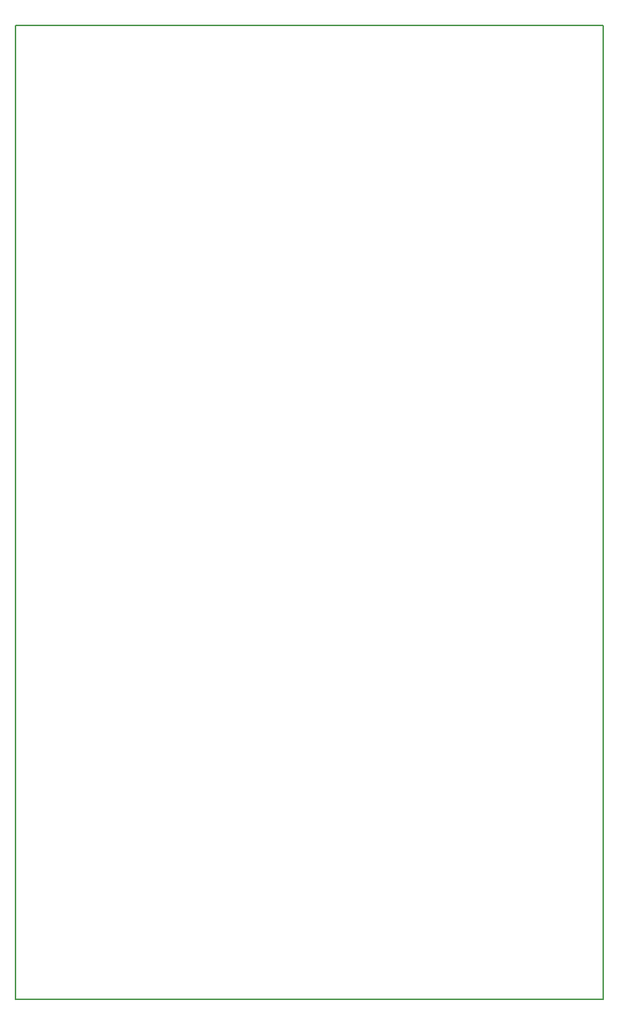
<source format=gbr>
%TF.GenerationSoftware,KiCad,Pcbnew,6.0.11-2627ca5db0~126~ubuntu20.04.1*%
%TF.CreationDate,2024-05-08T08:33:11-06:00*%
%TF.ProjectId,LaserPID,4c617365-7250-4494-942e-6b696361645f,rev?*%
%TF.SameCoordinates,Original*%
%TF.FileFunction,Profile,NP*%
%FSLAX46Y46*%
G04 Gerber Fmt 4.6, Leading zero omitted, Abs format (unit mm)*
G04 Created by KiCad (PCBNEW 6.0.11-2627ca5db0~126~ubuntu20.04.1) date 2024-05-08 08:33:11*
%MOMM*%
%LPD*%
G01*
G04 APERTURE LIST*
%TA.AperFunction,Profile*%
%ADD10C,0.150000*%
%TD*%
G04 APERTURE END LIST*
D10*
X746760000Y-19050000D02*
X746760000Y-135890000D01*
X746760000Y-19050000D02*
X817372000Y-19050000D01*
X746760000Y-135890000D02*
X817372000Y-135890000D01*
X817372000Y-135890000D02*
X817372000Y-19050000D01*
M02*

</source>
